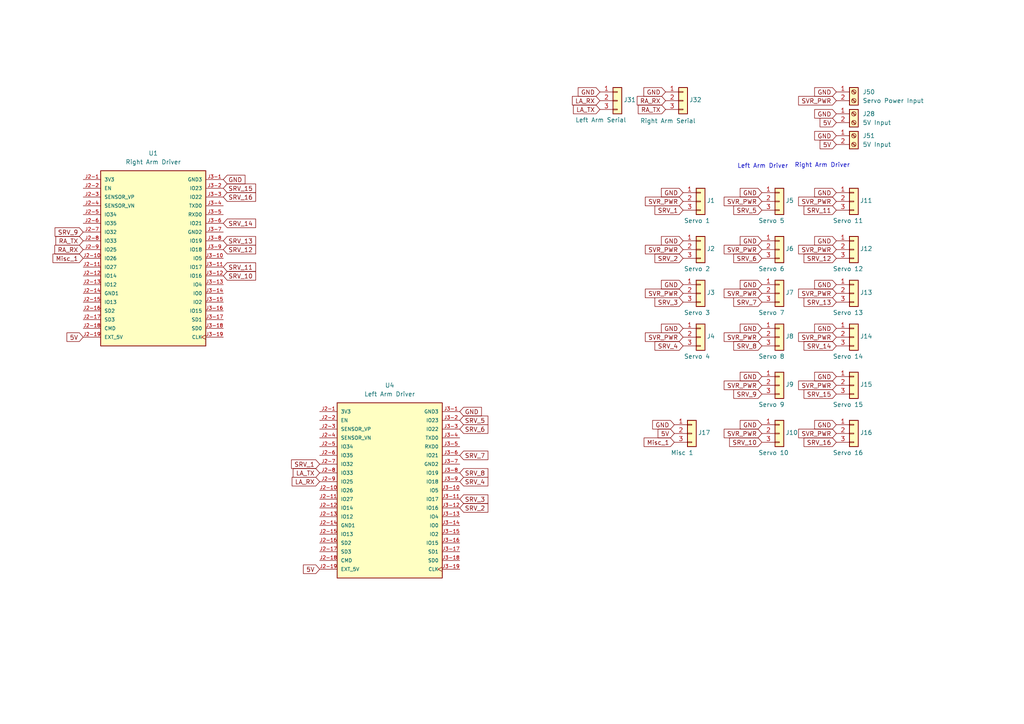
<source format=kicad_sch>
(kicad_sch (version 20231120) (generator "eeschema") (generator_version "8.0")
  (paper "A4")
  (lib_symbols
    (symbol "01-Custom:ESP32-DEVKITC-32D" (pin_names (offset 1.016))
      (property "Reference" "U" (at -15.2572 26.0643 0))
      (property "Value" "ESP32-DEVKITC-32D" (at -15.2563 -27.9698 0))
      (symbol "ESP32-DEVKITC-32D_0_0"
        (rectangle (start -15.24 -25.4) (end 15.24 25.4) (stroke (width 0.254)) (fill (type background)))
        (pin power_in line (at -20.32 22.86 0) (length 5.08) (name "3V3") (number "J2-1"))
        (pin bidirectional line (at -20.32 0 0) (length 5.08) (name "IO26") (number "J2-10"))
        (pin bidirectional line (at -20.32 -2.54 0) (length 5.08) (name "IO27") (number "J2-11"))
        (pin bidirectional line (at -20.32 -5.08 0) (length 5.08) (name "IO14") (number "J2-12"))
        (pin bidirectional line (at -20.32 -7.62 0) (length 5.08) (name "IO12") (number "J2-13"))
        (pin power_in line (at -20.32 -10.16 0) (length 5.08) (name "GND1") (number "J2-14"))
        (pin bidirectional line (at -20.32 -12.7 0) (length 5.08) (name "IO13") (number "J2-15"))
        (pin bidirectional line (at -20.32 -15.24 0) (length 5.08) (name "SD2") (number "J2-16"))
        (pin bidirectional line (at -20.32 -17.78 0) (length 5.08) (name "SD3") (number "J2-17"))
        (pin bidirectional line (at -20.32 -20.32 0) (length 5.08) (name "CMD") (number "J2-18"))
        (pin power_in line (at -20.32 -22.86 0) (length 5.08) (name "EXT_5V") (number "J2-19"))
        (pin input line (at -20.32 20.32 0) (length 5.08) (name "EN") (number "J2-2"))
        (pin input line (at -20.32 17.78 0) (length 5.08) (name "SENSOR_VP") (number "J2-3"))
        (pin input line (at -20.32 15.24 0) (length 5.08) (name "SENSOR_VN") (number "J2-4"))
        (pin bidirectional line (at -20.32 12.7 0) (length 5.08) (name "IO34") (number "J2-5"))
        (pin bidirectional line (at -20.32 10.16 0) (length 5.08) (name "IO35") (number "J2-6"))
        (pin bidirectional line (at -20.32 7.62 0) (length 5.08) (name "IO32") (number "J2-7"))
        (pin bidirectional line (at -20.32 5.08 0) (length 5.08) (name "IO33") (number "J2-8"))
        (pin bidirectional line (at -20.32 2.54 0) (length 5.08) (name "IO25") (number "J2-9"))
        (pin power_in line (at 20.32 22.86 180) (length 5.08) (name "GND3") (number "J3-1"))
        (pin bidirectional line (at 20.32 0 180) (length 5.08) (name "IO5") (number "J3-10"))
        (pin bidirectional line (at 20.32 -2.54 180) (length 5.08) (name "IO17") (number "J3-11"))
        (pin bidirectional line (at 20.32 -5.08 180) (length 5.08) (name "IO16") (number "J3-12"))
        (pin bidirectional line (at 20.32 -7.62 180) (length 5.08) (name "IO4") (number "J3-13"))
        (pin bidirectional line (at 20.32 -10.16 180) (length 5.08) (name "IO0") (number "J3-14"))
        (pin bidirectional line (at 20.32 -12.7 180) (length 5.08) (name "IO2") (number "J3-15"))
        (pin bidirectional line (at 20.32 -15.24 180) (length 5.08) (name "IO15") (number "J3-16"))
        (pin bidirectional line (at 20.32 -17.78 180) (length 5.08) (name "SD1") (number "J3-17"))
        (pin bidirectional line (at 20.32 -20.32 180) (length 5.08) (name "SD0") (number "J3-18"))
        (pin input clock (at 20.32 -22.86 180) (length 5.08) (name "CLK") (number "J3-19"))
        (pin bidirectional line (at 20.32 20.32 180) (length 5.08) (name "IO23") (number "J3-2"))
        (pin bidirectional line (at 20.32 17.78 180) (length 5.08) (name "IO22") (number "J3-3"))
        (pin output line (at 20.32 15.24 180) (length 5.08) (name "TXD0") (number "J3-4"))
        (pin input line (at 20.32 12.7 180) (length 5.08) (name "RXD0") (number "J3-5"))
        (pin bidirectional line (at 20.32 10.16 180) (length 5.08) (name "IO21") (number "J3-6"))
        (pin power_in line (at 20.32 7.62 180) (length 5.08) (name "GND2") (number "J3-7"))
        (pin bidirectional line (at 20.32 5.08 180) (length 5.08) (name "IO19") (number "J3-8"))
        (pin bidirectional line (at 20.32 2.54 180) (length 5.08) (name "IO18") (number "J3-9"))
      )
    )
    (symbol "Connector:Screw_Terminal_01x02" (pin_names (offset 1.016) hide)
      (property "Reference" "J" (at 0 2.54 0))
      (property "Value" "Screw_Terminal_01x02" (at 0 -5.08 0))
      (symbol "Screw_Terminal_01x02_1_1"
        (rectangle (start -1.27 1.27) (end 1.27 -3.81) (stroke (width 0.254)) (fill (type background)))
        (circle (center 0 -2.54) (radius 0.635) (stroke (width 0.1524)))
        (polyline (pts (xy -0.5334 -2.2098) (xy 0.3302 -3.048)) (stroke (width 0.1524)))
        (polyline (pts (xy -0.5334 0.3302) (xy 0.3302 -0.508)) (stroke (width 0.1524)))
        (polyline (pts (xy -0.3556 -2.032) (xy 0.508 -2.8702)) (stroke (width 0.1524)))
        (polyline (pts (xy -0.3556 0.508) (xy 0.508 -0.3302)) (stroke (width 0.1524)))
        (circle (center 0 0) (radius 0.635) (stroke (width 0.1524)))
        (pin passive line (at -5.08 0 0) (length 3.81) (name "Pin_1") (number "1"))
        (pin passive line (at -5.08 -2.54 0) (length 3.81) (name "Pin_2") (number "2"))
      )
    )
    (symbol "Connector_Generic:Conn_01x03" (pin_names (offset 1.016) hide)
      (property "Reference" "J" (at 0 5.08 0))
      (property "Value" "Conn_01x03" (at 0 -5.08 0))
      (symbol "Conn_01x03_1_1"
        (rectangle (start -1.27 -2.413) (end 0 -2.667) (stroke (width 0.1524)))
        (rectangle (start -1.27 0.127) (end 0 -0.127) (stroke (width 0.1524)))
        (rectangle (start -1.27 2.667) (end 0 2.413) (stroke (width 0.1524)))
        (rectangle (start -1.27 3.81) (end 1.27 -3.81) (stroke (width 0.254)) (fill (type background)))
        (pin passive line (at -5.08 2.54 0) (length 3.81) (name "Pin_1") (number "1"))
        (pin passive line (at -5.08 0 0) (length 3.81) (name "Pin_2") (number "2"))
        (pin passive line (at -5.08 -2.54 0) (length 3.81) (name "Pin_3") (number "3"))
      )
    )
  )
  (text "Left Arm Driver" (at 221.234 48.26 0) (effects (font (size 1.27 1.27))))
  (text "Right Arm Driver" (at 238.506 48.006 0) (effects (font (size 1.27 1.27))))
  (global_label "5V" (shape input) (at 195.58 125.73 180) (property "Intersheetrefs" "${INTERSHEET_REFS}" (effects (hide yes))))
  (global_label "SRV_5" (shape input) (at 220.98 60.96 180) (property "Intersheetrefs" "${INTERSHEET_REFS}" (effects (hide yes))))
  (global_label "SVR_PWR" (shape input) (at 242.57 29.21 180) (property "Intersheetrefs" "${INTERSHEET_REFS}" (effects (hide yes))))
  (global_label "SRV_11" (shape input) (at 64.77 77.47 0) (property "Intersheetrefs" "${INTERSHEET_REFS}" (effects (hide yes))))
  (global_label "SRV_6" (shape input) (at 220.98 74.93 180) (property "Intersheetrefs" "${INTERSHEET_REFS}" (effects (hide yes))))
  (global_label "SRV_13" (shape input) (at 64.77 69.85 0) (property "Intersheetrefs" "${INTERSHEET_REFS}" (effects (hide yes))))
  (global_label "SVR_PWR" (shape input) (at 220.98 125.73 180) (property "Intersheetrefs" "${INTERSHEET_REFS}" (effects (hide yes))))
  (global_label "GND" (shape input) (at 242.57 55.88 180) (property "Intersheetrefs" "${INTERSHEET_REFS}" (effects (hide yes))))
  (global_label "LA_TX" (shape input) (at 173.99 31.75 180) (property "Intersheetrefs" "${INTERSHEET_REFS}" (effects (hide yes))))
  (global_label "GND" (shape input) (at 173.99 26.67 180) (property "Intersheetrefs" "${INTERSHEET_REFS}" (effects (hide yes))))
  (global_label "SRV_9" (shape input) (at 220.98 114.3 180) (property "Intersheetrefs" "${INTERSHEET_REFS}" (effects (hide yes))))
  (global_label "SVR_PWR" (shape input) (at 220.98 58.42 180) (property "Intersheetrefs" "${INTERSHEET_REFS}" (effects (hide yes))))
  (global_label "Misc_1" (shape input) (at 24.13 74.93 180) (property "Intersheetrefs" "${INTERSHEET_REFS}" (effects (hide yes))))
  (global_label "GND" (shape input) (at 198.12 95.25 180) (property "Intersheetrefs" "${INTERSHEET_REFS}" (effects (hide yes))))
  (global_label "SVR_PWR" (shape input) (at 198.12 58.42 180) (property "Intersheetrefs" "${INTERSHEET_REFS}" (effects (hide yes))))
  (global_label "GND" (shape input) (at 64.77 52.07 0) (property "Intersheetrefs" "${INTERSHEET_REFS}" (effects (hide yes))))
  (global_label "5V" (shape input) (at 24.13 97.79 180) (property "Intersheetrefs" "${INTERSHEET_REFS}" (effects (hide yes))))
  (global_label "GND" (shape input) (at 242.57 82.55 180) (property "Intersheetrefs" "${INTERSHEET_REFS}" (effects (hide yes))))
  (global_label "SRV_12" (shape input) (at 64.77 72.39 0) (property "Intersheetrefs" "${INTERSHEET_REFS}" (effects (hide yes))))
  (global_label "GND" (shape input) (at 220.98 82.55 180) (property "Intersheetrefs" "${INTERSHEET_REFS}" (effects (hide yes))))
  (global_label "SVR_PWR" (shape input) (at 242.57 97.79 180) (property "Intersheetrefs" "${INTERSHEET_REFS}" (effects (hide yes))))
  (global_label "SRV_8" (shape input) (at 133.35 137.16 0) (property "Intersheetrefs" "${INTERSHEET_REFS}" (effects (hide yes))))
  (global_label "RA_RX" (shape input) (at 24.13 72.39 180) (property "Intersheetrefs" "${INTERSHEET_REFS}" (effects (hide yes))))
  (global_label "Misc_1" (shape input) (at 195.58 128.27 180) (property "Intersheetrefs" "${INTERSHEET_REFS}" (effects (hide yes))))
  (global_label "GND" (shape input) (at 220.98 55.88 180) (property "Intersheetrefs" "${INTERSHEET_REFS}" (effects (hide yes))))
  (global_label "SRV_2" (shape input) (at 133.35 147.32 0) (property "Intersheetrefs" "${INTERSHEET_REFS}" (effects (hide yes))))
  (global_label "LA_TX" (shape input) (at 92.71 137.16 180) (property "Intersheetrefs" "${INTERSHEET_REFS}" (effects (hide yes))))
  (global_label "GND" (shape input) (at 220.98 123.19 180) (property "Intersheetrefs" "${INTERSHEET_REFS}" (effects (hide yes))))
  (global_label "SRV_9" (shape input) (at 24.13 67.31 180) (property "Intersheetrefs" "${INTERSHEET_REFS}" (effects (hide yes))))
  (global_label "SRV_16" (shape input) (at 242.57 128.27 180) (property "Intersheetrefs" "${INTERSHEET_REFS}" (effects (hide yes))))
  (global_label "RA_TX" (shape input) (at 193.04 31.75 180) (property "Intersheetrefs" "${INTERSHEET_REFS}" (effects (hide yes))))
  (global_label "SVR_PWR" (shape input) (at 242.57 85.09 180) (property "Intersheetrefs" "${INTERSHEET_REFS}" (effects (hide yes))))
  (global_label "SVR_PWR" (shape input) (at 220.98 111.76 180) (property "Intersheetrefs" "${INTERSHEET_REFS}" (effects (hide yes))))
  (global_label "SVR_PWR" (shape input) (at 242.57 111.76 180) (property "Intersheetrefs" "${INTERSHEET_REFS}" (effects (hide yes))))
  (global_label "GND" (shape input) (at 133.35 119.38 0) (property "Intersheetrefs" "${INTERSHEET_REFS}" (effects (hide yes))))
  (global_label "SRV_12" (shape input) (at 242.57 74.93 180) (property "Intersheetrefs" "${INTERSHEET_REFS}" (effects (hide yes))))
  (global_label "GND" (shape input) (at 193.04 26.67 180) (property "Intersheetrefs" "${INTERSHEET_REFS}" (effects (hide yes))))
  (global_label "SVR_PWR" (shape input) (at 198.12 97.79 180) (property "Intersheetrefs" "${INTERSHEET_REFS}" (effects (hide yes))))
  (global_label "SRV_1" (shape input) (at 198.12 60.96 180) (property "Intersheetrefs" "${INTERSHEET_REFS}" (effects (hide yes))))
  (global_label "GND" (shape input) (at 198.12 55.88 180) (property "Intersheetrefs" "${INTERSHEET_REFS}" (effects (hide yes))))
  (global_label "GND" (shape input) (at 242.57 33.02 180) (property "Intersheetrefs" "${INTERSHEET_REFS}" (effects (hide yes))))
  (global_label "SRV_4" (shape input) (at 198.12 100.33 180) (property "Intersheetrefs" "${INTERSHEET_REFS}" (effects (hide yes))))
  (global_label "SRV_10" (shape input) (at 220.98 128.27 180) (property "Intersheetrefs" "${INTERSHEET_REFS}" (effects (hide yes))))
  (global_label "LA_RX" (shape input) (at 92.71 139.7 180) (property "Intersheetrefs" "${INTERSHEET_REFS}" (effects (hide yes))))
  (global_label "SVR_PWR" (shape input) (at 220.98 85.09 180) (property "Intersheetrefs" "${INTERSHEET_REFS}" (effects (hide yes))))
  (global_label "GND" (shape input) (at 220.98 95.25 180) (property "Intersheetrefs" "${INTERSHEET_REFS}" (effects (hide yes))))
  (global_label "SVR_PWR" (shape input) (at 242.57 125.73 180) (property "Intersheetrefs" "${INTERSHEET_REFS}" (effects (hide yes))))
  (global_label "GND" (shape input) (at 242.57 26.67 180) (property "Intersheetrefs" "${INTERSHEET_REFS}" (effects (hide yes))))
  (global_label "SRV_3" (shape input) (at 133.35 144.78 0) (property "Intersheetrefs" "${INTERSHEET_REFS}" (effects (hide yes))))
  (global_label "SRV_11" (shape input) (at 242.57 60.96 180) (property "Intersheetrefs" "${INTERSHEET_REFS}" (effects (hide yes))))
  (global_label "RA_TX" (shape input) (at 24.13 69.85 180) (property "Intersheetrefs" "${INTERSHEET_REFS}" (effects (hide yes))))
  (global_label "GND" (shape input) (at 242.57 69.85 180) (property "Intersheetrefs" "${INTERSHEET_REFS}" (effects (hide yes))))
  (global_label "SRV_4" (shape input) (at 133.35 139.7 0) (property "Intersheetrefs" "${INTERSHEET_REFS}" (effects (hide yes))))
  (global_label "5V" (shape input) (at 242.57 41.91 180) (property "Intersheetrefs" "${INTERSHEET_REFS}" (effects (hide yes))))
  (global_label "SRV_7" (shape input) (at 133.35 132.08 0) (property "Intersheetrefs" "${INTERSHEET_REFS}" (effects (hide yes))))
  (global_label "SRV_5" (shape input) (at 133.35 121.92 0) (property "Intersheetrefs" "${INTERSHEET_REFS}" (effects (hide yes))))
  (global_label "GND" (shape input) (at 242.57 109.22 180) (property "Intersheetrefs" "${INTERSHEET_REFS}" (effects (hide yes))))
  (global_label "SVR_PWR" (shape input) (at 242.57 58.42 180) (property "Intersheetrefs" "${INTERSHEET_REFS}" (effects (hide yes))))
  (global_label "SVR_PWR" (shape input) (at 242.57 72.39 180) (property "Intersheetrefs" "${INTERSHEET_REFS}" (effects (hide yes))))
  (global_label "SRV_1" (shape input) (at 92.71 134.62 180) (property "Intersheetrefs" "${INTERSHEET_REFS}" (effects (hide yes))))
  (global_label "SRV_14" (shape input) (at 64.77 64.77 0) (property "Intersheetrefs" "${INTERSHEET_REFS}" (effects (hide yes))))
  (global_label "SRV_16" (shape input) (at 64.77 57.15 0) (property "Intersheetrefs" "${INTERSHEET_REFS}" (effects (hide yes))))
  (global_label "GND" (shape input) (at 242.57 95.25 180) (property "Intersheetrefs" "${INTERSHEET_REFS}" (effects (hide yes))))
  (global_label "GND" (shape input) (at 220.98 109.22 180) (property "Intersheetrefs" "${INTERSHEET_REFS}" (effects (hide yes))))
  (global_label "LA_RX" (shape input) (at 173.99 29.21 180) (property "Intersheetrefs" "${INTERSHEET_REFS}" (effects (hide yes))))
  (global_label "SRV_2" (shape input) (at 198.12 74.93 180) (property "Intersheetrefs" "${INTERSHEET_REFS}" (effects (hide yes))))
  (global_label "SRV_15" (shape input) (at 242.57 114.3 180) (property "Intersheetrefs" "${INTERSHEET_REFS}" (effects (hide yes))))
  (global_label "GND" (shape input) (at 220.98 69.85 180) (property "Intersheetrefs" "${INTERSHEET_REFS}" (effects (hide yes))))
  (global_label "GND" (shape input) (at 198.12 69.85 180) (property "Intersheetrefs" "${INTERSHEET_REFS}" (effects (hide yes))))
  (global_label "SRV_6" (shape input) (at 133.35 124.46 0) (property "Intersheetrefs" "${INTERSHEET_REFS}" (effects (hide yes))))
  (global_label "SVR_PWR" (shape input) (at 220.98 72.39 180) (property "Intersheetrefs" "${INTERSHEET_REFS}" (effects (hide yes))))
  (global_label "SRV_15" (shape input) (at 64.77 54.61 0) (property "Intersheetrefs" "${INTERSHEET_REFS}" (effects (hide yes))))
  (global_label "GND" (shape input) (at 242.57 39.37 180) (property "Intersheetrefs" "${INTERSHEET_REFS}" (effects (hide yes))))
  (global_label "SRV_8" (shape input) (at 220.98 100.33 180) (property "Intersheetrefs" "${INTERSHEET_REFS}" (effects (hide yes))))
  (global_label "GND" (shape input) (at 198.12 82.55 180) (property "Intersheetrefs" "${INTERSHEET_REFS}" (effects (hide yes))))
  (global_label "5V" (shape input) (at 242.57 35.56 180) (property "Intersheetrefs" "${INTERSHEET_REFS}" (effects (hide yes))))
  (global_label "SVR_PWR" (shape input) (at 220.98 97.79 180) (property "Intersheetrefs" "${INTERSHEET_REFS}" (effects (hide yes))))
  (global_label "SRV_7" (shape input) (at 220.98 87.63 180) (property "Intersheetrefs" "${INTERSHEET_REFS}" (effects (hide yes))))
  (global_label "GND" (shape input) (at 195.58 123.19 180) (property "Intersheetrefs" "${INTERSHEET_REFS}" (effects (hide yes))))
  (global_label "SVR_PWR" (shape input) (at 198.12 85.09 180) (property "Intersheetrefs" "${INTERSHEET_REFS}" (effects (hide yes))))
  (global_label "SRV_13" (shape input) (at 242.57 87.63 180) (property "Intersheetrefs" "${INTERSHEET_REFS}" (effects (hide yes))))
  (global_label "SVR_PWR" (shape input) (at 198.12 72.39 180) (property "Intersheetrefs" "${INTERSHEET_REFS}" (effects (hide yes))))
  (global_label "SRV_3" (shape input) (at 198.12 87.63 180) (property "Intersheetrefs" "${INTERSHEET_REFS}" (effects (hide yes))))
  (global_label "GND" (shape input) (at 242.57 123.19 180) (property "Intersheetrefs" "${INTERSHEET_REFS}" (effects (hide yes))))
  (global_label "RA_RX" (shape input) (at 193.04 29.21 180) (property "Intersheetrefs" "${INTERSHEET_REFS}" (effects (hide yes))))
  (global_label "SRV_10" (shape input) (at 64.77 80.01 0) (property "Intersheetrefs" "${INTERSHEET_REFS}" (effects (hide yes))))
  (global_label "5V" (shape input) (at 92.71 165.1 180) (property "Intersheetrefs" "${INTERSHEET_REFS}" (effects (hide yes))))
  (global_label "SRV_14" (shape input) (at 242.57 100.33 180) (property "Intersheetrefs" "${INTERSHEET_REFS}" (effects (hide yes))))
  (symbol (lib_id "Connector_Generic:Conn_01x03") (at 203.2 72.39 0) (unit 1)
    (property "Reference" "J2" (at 204.978 72.1359 0) (effects (justify left)))
    (property "Value" "Servo 2" (at 198.374 77.9779 0) (effects (justify left)))
    (property "Footprint" "Connector_PinHeader_2.54mm:PinHeader_1x03_P2.54mm_Vertical" (effects (hide yes)))
    (property "Description" "Generic connector, single row, 01x03, script generated (kicad-library-utils/schlib/autogen/connector/)" (effects (hide yes)))
  )
  (symbol (lib_id "Connector:Screw_Terminal_01x02") (at 247.65 33.02 0) (unit 1)
    (property "Reference" "J28" (at 250.19 33.0199 0) (effects (justify left)))
    (property "Value" "5V Input" (at 250.19 35.5599 0) (effects (justify left)))
    (property "Footprint" "TerminalBlock_Phoenix:TerminalBlock_Phoenix_MKDS-1,5-2-5.08_1x02_P5.08mm_Horizontal" (effects (hide yes)))
    (property "Description" "Generic screw terminal, single row, 01x02, script generated (kicad-library-utils/schlib/autogen/connector/)" (effects (hide yes)))
  )
  (symbol (lib_id "Connector_Generic:Conn_01x03") (at 247.65 97.79 0) (unit 1)
    (property "Reference" "J14" (at 249.428 97.5359 0) (effects (justify left)))
    (property "Value" "Servo 14" (at 241.554 103.3779 0) (effects (justify left)))
    (property "Footprint" "Connector_PinHeader_2.54mm:PinHeader_1x03_P2.54mm_Vertical" (effects (hide yes)))
    (property "Description" "Generic connector, single row, 01x03, script generated (kicad-library-utils/schlib/autogen/connector/)" (effects (hide yes)))
  )
  (symbol (lib_id "Connector_Generic:Conn_01x03") (at 179.07 29.21 0) (unit 1)
    (property "Reference" "J31" (at 180.848 28.9559 0) (effects (justify left)))
    (property "Value" "Left Arm Serial" (at 166.878 34.7979 0) (effects (justify left)))
    (property "Footprint" "Connector_PinHeader_2.54mm:PinHeader_1x03_P2.54mm_Vertical" (effects (hide yes)))
    (property "Description" "Generic connector, single row, 01x03, script generated (kicad-library-utils/schlib/autogen/connector/)" (effects (hide yes)))
  )
  (symbol (lib_id "Connector_Generic:Conn_01x03") (at 203.2 58.42 0) (unit 1)
    (property "Reference" "J1" (at 204.978 58.1659 0) (effects (justify left)))
    (property "Value" "Servo 1" (at 198.374 64.0079 0) (effects (justify left)))
    (property "Footprint" "Connector_PinHeader_2.54mm:PinHeader_1x03_P2.54mm_Vertical" (effects (hide yes)))
    (property "Description" "Generic connector, single row, 01x03, script generated (kicad-library-utils/schlib/autogen/connector/)" (effects (hide yes)))
  )
  (symbol (lib_id "Connector_Generic:Conn_01x03") (at 247.65 85.09 0) (unit 1)
    (property "Reference" "J13" (at 249.428 84.8359 0) (effects (justify left)))
    (property "Value" "Servo 13" (at 241.554 90.6779 0) (effects (justify left)))
    (property "Footprint" "Connector_PinHeader_2.54mm:PinHeader_1x03_P2.54mm_Vertical" (effects (hide yes)))
    (property "Description" "Generic connector, single row, 01x03, script generated (kicad-library-utils/schlib/autogen/connector/)" (effects (hide yes)))
  )
  (symbol (lib_id "Connector_Generic:Conn_01x03") (at 226.06 58.42 0) (unit 1)
    (property "Reference" "J5" (at 227.838 58.1659 0) (effects (justify left)))
    (property "Value" "Servo 5" (at 219.964 64.0079 0) (effects (justify left)))
    (property "Footprint" "Connector_PinHeader_2.54mm:PinHeader_1x03_P2.54mm_Vertical" (effects (hide yes)))
    (property "Description" "Generic connector, single row, 01x03, script generated (kicad-library-utils/schlib/autogen/connector/)" (effects (hide yes)))
  )
  (symbol (lib_id "01-Custom:ESP32-DEVKITC-32D") (at 113.03 142.24 0) (unit 1)
    (property "Reference" "U4" (at 113.03 111.76 0))
    (property "Value" "Left Arm Driver" (at 113.03 114.3 0))
    (property "Footprint" "01-Custom:MODULE_ESP32-DEVKITC-32D" (effects (hide yes)))
    (property "MF" "Espressif Systems" (effects (hide yes)))
    (property "MAXIMUM_PACKAGE_HEIGHT" "N/A" (effects (hide yes)))
    (property "Package" "None" (effects (hide yes)))
    (property "Price" "None" (effects (hide yes)))
    (property "Check_prices" "https://www.snapeda.com/parts/ESP32-DEVKITC-32D/Espressif+Systems/view-part/?ref=eda" (effects (hide yes)))
    (property "STANDARD" "Manufacturer Recommendations" (effects (hide yes)))
    (property "PARTREV" "V4" (effects (hide yes)))
    (property "SnapEDA_Link" "https://www.snapeda.com/parts/ESP32-DEVKITC-32D/Espressif+Systems/view-part/?ref=snap" (effects (hide yes)))
    (property "MP" "ESP32-DEVKITC-32D" (effects (hide yes)))
    (property "Description_1" "\n                        \n                            WiFi Development Tools (802.11) ESP32 General Development Kit, ESP32-WROOM-32D on the board\n                        \n" (effects (hide yes)))
    (property "MANUFACTURER" "Espressif Systems" (effects (hide yes)))
    (property "Availability" "In Stock" (effects (hide yes)))
    (property "SNAPEDA_PN" "ESP32-DEVKITC-32D" (effects (hide yes)))
  )
  (symbol (lib_id "Connector_Generic:Conn_01x03") (at 198.12 29.21 0) (unit 1)
    (property "Reference" "J32" (at 199.898 28.9559 0) (effects (justify left)))
    (property "Value" "Right Arm Serial" (at 185.674 35.0519 0) (effects (justify left)))
    (property "Footprint" "Connector_PinHeader_2.54mm:PinHeader_1x03_P2.54mm_Vertical" (effects (hide yes)))
    (property "Description" "Generic connector, single row, 01x03, script generated (kicad-library-utils/schlib/autogen/connector/)" (effects (hide yes)))
  )
  (symbol (lib_id "Connector_Generic:Conn_01x03") (at 247.65 72.39 0) (unit 1)
    (property "Reference" "J12" (at 249.428 72.1359 0) (effects (justify left)))
    (property "Value" "Servo 12" (at 241.554 77.9779 0) (effects (justify left)))
    (property "Footprint" "Connector_PinHeader_2.54mm:PinHeader_1x03_P2.54mm_Vertical" (effects (hide yes)))
    (property "Description" "Generic connector, single row, 01x03, script generated (kicad-library-utils/schlib/autogen/connector/)" (effects (hide yes)))
  )
  (symbol (lib_id "Connector_Generic:Conn_01x03") (at 247.65 58.42 0) (unit 1)
    (property "Reference" "J11" (at 249.428 58.1659 0) (effects (justify left)))
    (property "Value" "Servo 11" (at 241.554 64.0079 0) (effects (justify left)))
    (property "Footprint" "Connector_PinHeader_2.54mm:PinHeader_1x03_P2.54mm_Vertical" (effects (hide yes)))
    (property "Description" "Generic connector, single row, 01x03, script generated (kicad-library-utils/schlib/autogen/connector/)" (effects (hide yes)))
  )
  (symbol (lib_id "Connector_Generic:Conn_01x03") (at 226.06 72.39 0) (unit 1)
    (property "Reference" "J6" (at 227.838 72.1359 0) (effects (justify left)))
    (property "Value" "Servo 6" (at 219.964 77.9779 0) (effects (justify left)))
    (property "Footprint" "Connector_PinHeader_2.54mm:PinHeader_1x03_P2.54mm_Vertical" (effects (hide yes)))
    (property "Description" "Generic connector, single row, 01x03, script generated (kicad-library-utils/schlib/autogen/connector/)" (effects (hide yes)))
  )
  (symbol (lib_id "Connector_Generic:Conn_01x03") (at 203.2 97.79 0) (unit 1)
    (property "Reference" "J4" (at 204.978 97.5359 0) (effects (justify left)))
    (property "Value" "Servo 4" (at 198.374 103.3779 0) (effects (justify left)))
    (property "Footprint" "Connector_PinHeader_2.54mm:PinHeader_1x03_P2.54mm_Vertical" (effects (hide yes)))
    (property "Description" "Generic connector, single row, 01x03, script generated (kicad-library-utils/schlib/autogen/connector/)" (effects (hide yes)))
  )
  (symbol (lib_id "Connector_Generic:Conn_01x03") (at 226.06 97.79 0) (unit 1)
    (property "Reference" "J8" (at 227.838 97.5359 0) (effects (justify left)))
    (property "Value" "Servo 8" (at 219.964 103.3779 0) (effects (justify left)))
    (property "Footprint" "Connector_PinHeader_2.54mm:PinHeader_1x03_P2.54mm_Vertical" (effects (hide yes)))
    (property "Description" "Generic connector, single row, 01x03, script generated (kicad-library-utils/schlib/autogen/connector/)" (effects (hide yes)))
  )
  (symbol (lib_id "Connector_Generic:Conn_01x03") (at 203.2 85.09 0) (unit 1)
    (property "Reference" "J3" (at 204.978 84.8359 0) (effects (justify left)))
    (property "Value" "Servo 3" (at 198.374 90.6779 0) (effects (justify left)))
    (property "Footprint" "Connector_PinHeader_2.54mm:PinHeader_1x03_P2.54mm_Vertical" (effects (hide yes)))
    (property "Description" "Generic connector, single row, 01x03, script generated (kicad-library-utils/schlib/autogen/connector/)" (effects (hide yes)))
  )
  (symbol (lib_id "Connector:Screw_Terminal_01x02") (at 247.65 26.67 0) (unit 1)
    (property "Reference" "J50" (at 250.19 26.6699 0) (effects (justify left)))
    (property "Value" "Servo Power Input" (at 250.19 29.2099 0) (effects (justify left)))
    (property "Footprint" "TerminalBlock_Phoenix:TerminalBlock_Phoenix_MKDS-1,5-2-5.08_1x02_P5.08mm_Horizontal" (effects (hide yes)))
    (property "Description" "Generic screw terminal, single row, 01x02, script generated (kicad-library-utils/schlib/autogen/connector/)" (effects (hide yes)))
  )
  (symbol (lib_id "Connector_Generic:Conn_01x03") (at 226.06 85.09 0) (unit 1)
    (property "Reference" "J7" (at 227.838 84.8359 0) (effects (justify left)))
    (property "Value" "Servo 7" (at 219.964 90.6779 0) (effects (justify left)))
    (property "Footprint" "Connector_PinHeader_2.54mm:PinHeader_1x03_P2.54mm_Vertical" (effects (hide yes)))
    (property "Description" "Generic connector, single row, 01x03, script generated (kicad-library-utils/schlib/autogen/connector/)" (effects (hide yes)))
  )
  (symbol (lib_id "Connector:Screw_Terminal_01x02") (at 247.65 39.37 0) (unit 1)
    (property "Reference" "J51" (at 250.19 39.3699 0) (effects (justify left)))
    (property "Value" "5V Input" (at 250.19 41.9099 0) (effects (justify left)))
    (property "Footprint" "TerminalBlock_Phoenix:TerminalBlock_Phoenix_MKDS-1,5-2-5.08_1x02_P5.08mm_Horizontal" (effects (hide yes)))
    (property "Description" "Generic screw terminal, single row, 01x02, script generated (kicad-library-utils/schlib/autogen/connector/)" (effects (hide yes)))
  )
  (symbol (lib_id "Connector_Generic:Conn_01x03") (at 226.06 111.76 0) (unit 1)
    (property "Reference" "J9" (at 227.838 111.5059 0) (effects (justify left)))
    (property "Value" "Servo 9" (at 219.964 117.3479 0) (effects (justify left)))
    (property "Footprint" "Connector_PinHeader_2.54mm:PinHeader_1x03_P2.54mm_Vertical" (effects (hide yes)))
    (property "Description" "Generic connector, single row, 01x03, script generated (kicad-library-utils/schlib/autogen/connector/)" (effects (hide yes)))
  )
  (symbol (lib_id "Connector_Generic:Conn_01x03") (at 200.66 125.73 0) (unit 1)
    (property "Reference" "J17" (at 202.438 125.4759 0) (effects (justify left)))
    (property "Value" "Misc 1" (at 194.564 131.3179 0) (effects (justify left)))
    (property "Footprint" "Connector_PinHeader_2.54mm:PinHeader_1x03_P2.54mm_Vertical" (effects (hide yes)))
    (property "Description" "Generic connector, single row, 01x03, script generated (kicad-library-utils/schlib/autogen/connector/)" (effects (hide yes)))
  )
  (symbol (lib_id "Connector_Generic:Conn_01x03") (at 247.65 125.73 0) (unit 1)
    (property "Reference" "J16" (at 249.428 125.4759 0) (effects (justify left)))
    (property "Value" "Servo 16" (at 241.554 131.3179 0) (effects (justify left)))
    (property "Footprint" "Connector_PinHeader_2.54mm:PinHeader_1x03_P2.54mm_Vertical" (effects (hide yes)))
    (property "Description" "Generic connector, single row, 01x03, script generated (kicad-library-utils/schlib/autogen/connector/)" (effects (hide yes)))
  )
  (symbol (lib_id "Connector_Generic:Conn_01x03") (at 247.65 111.76 0) (unit 1)
    (property "Reference" "J15" (at 249.428 111.5059 0) (effects (justify left)))
    (property "Value" "Servo 15" (at 241.554 117.3479 0) (effects (justify left)))
    (property "Footprint" "Connector_PinHeader_2.54mm:PinHeader_1x03_P2.54mm_Vertical" (effects (hide yes)))
    (property "Description" "Generic connector, single row, 01x03, script generated (kicad-library-utils/schlib/autogen/connector/)" (effects (hide yes)))
  )
  (symbol (lib_id "Connector_Generic:Conn_01x03") (at 226.06 125.73 0) (unit 1)
    (property "Reference" "J10" (at 227.838 125.4759 0) (effects (justify left)))
    (property "Value" "Servo 10" (at 219.964 131.3179 0) (effects (justify left)))
    (property "Footprint" "Connector_PinHeader_2.54mm:PinHeader_1x03_P2.54mm_Vertical" (effects (hide yes)))
    (property "Description" "Generic connector, single row, 01x03, script generated (kicad-library-utils/schlib/autogen/connector/)" (effects (hide yes)))
  )
  (symbol (lib_id "01-Custom:ESP32-DEVKITC-32D") (at 44.45 74.93 0) (unit 1)
    (property "Reference" "U1" (at 44.45 44.45 0))
    (property "Value" "Right Arm Driver" (at 44.45 46.99 0))
    (property "Footprint" "01-Custom:MODULE_ESP32-DEVKITC-32D" (effects (hide yes)))
    (property "MF" "Espressif Systems" (effects (hide yes)))
    (property "MAXIMUM_PACKAGE_HEIGHT" "N/A" (effects (hide yes)))
    (property "Package" "None" (effects (hide yes)))
    (property "Price" "None" (effects (hide yes)))
    (property "Check_prices" "https://www.snapeda.com/parts/ESP32-DEVKITC-32D/Espressif+Systems/view-part/?ref=eda" (effects (hide yes)))
    (property "STANDARD" "Manufacturer Recommendations" (effects (hide yes)))
    (property "PARTREV" "V4" (effects (hide yes)))
    (property "SnapEDA_Link" "https://www.snapeda.com/parts/ESP32-DEVKITC-32D/Espressif+Systems/view-part/?ref=snap" (effects (hide yes)))
    (property "MP" "ESP32-DEVKITC-32D" (effects (hide yes)))
    (property "Description_1" "\n                        \n                            WiFi Development Tools (802.11) ESP32 General Development Kit, ESP32-WROOM-32D on the board\n                        \n" (effects (hide yes)))
    (property "MANUFACTURER" "Espressif Systems" (effects (hide yes)))
    (property "Availability" "In Stock" (effects (hide yes)))
    (property "SNAPEDA_PN" "ESP32-DEVKITC-32D" (effects (hide yes)))
  )
)
</source>
